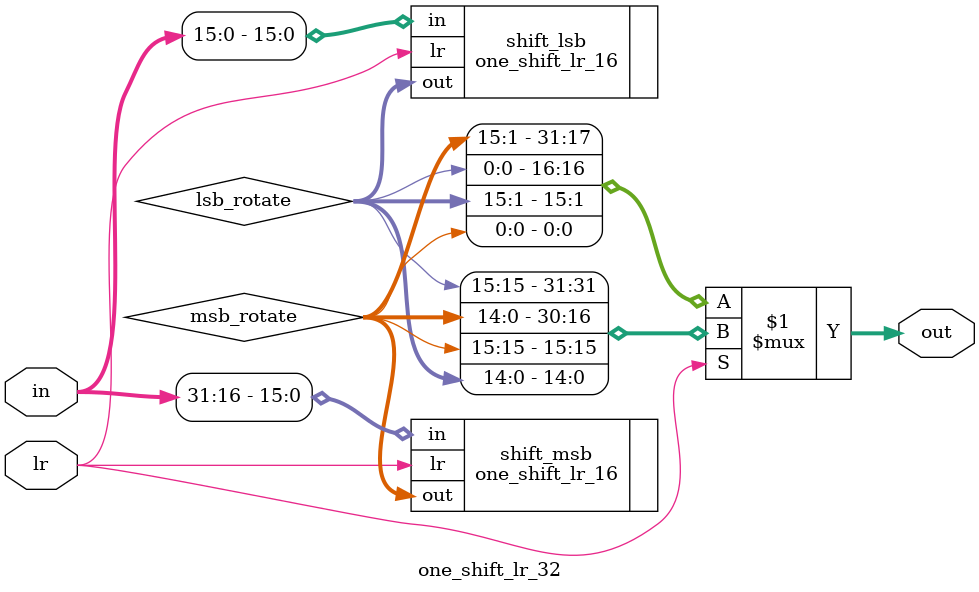
<source format=sv>
`timescale 1ns / 1ps

module one_shift_lr_32(
    input logic [31:0] in,
    input logic lr,
    output logic [31:0] out
    );
    
    logic [15:0] msb_rotate, lsb_rotate;
    
    one_shift_lr_16 shift_msb(.in(in[31:16]), .out(msb_rotate), .lr(lr));
    one_shift_lr_16 shift_lsb(.in(in[15:0]), .out(lsb_rotate), .lr(lr));
    
    assign out = lr ? {lsb_rotate[15], msb_rotate[14:0], msb_rotate[15], lsb_rotate[14:0]}
        : {msb_rotate[15:1], lsb_rotate[0], lsb_rotate[15:1], msb_rotate[0]};
    
    
endmodule

</source>
